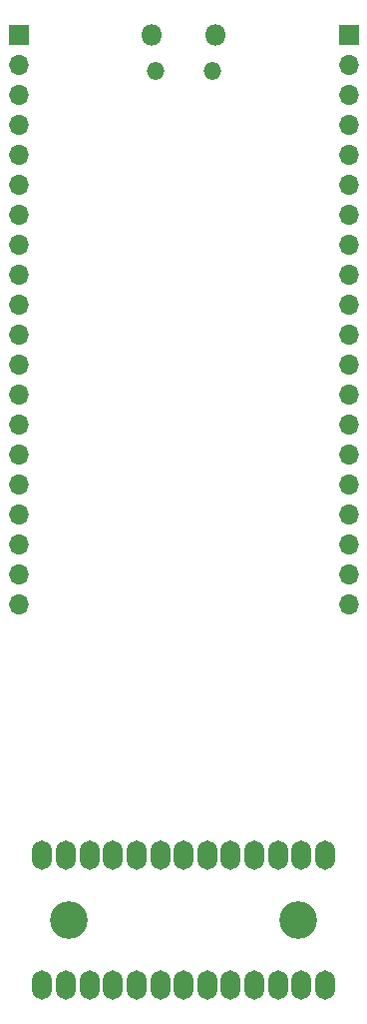
<source format=gbr>
%TF.GenerationSoftware,KiCad,Pcbnew,(6.0.4)*%
%TF.CreationDate,2022-08-11T18:10:45+02:00*%
%TF.ProjectId,mta1-usb-ch552-programmer,6d746131-2d75-4736-922d-63683535322d,rev?*%
%TF.SameCoordinates,Original*%
%TF.FileFunction,Soldermask,Bot*%
%TF.FilePolarity,Negative*%
%FSLAX46Y46*%
G04 Gerber Fmt 4.6, Leading zero omitted, Abs format (unit mm)*
G04 Created by KiCad (PCBNEW (6.0.4)) date 2022-08-11 18:10:45*
%MOMM*%
%LPD*%
G01*
G04 APERTURE LIST*
G04 Aperture macros list*
%AMRoundRect*
0 Rectangle with rounded corners*
0 $1 Rounding radius*
0 $2 $3 $4 $5 $6 $7 $8 $9 X,Y pos of 4 corners*
0 Add a 4 corners polygon primitive as box body*
4,1,4,$2,$3,$4,$5,$6,$7,$8,$9,$2,$3,0*
0 Add four circle primitives for the rounded corners*
1,1,$1+$1,$2,$3*
1,1,$1+$1,$4,$5*
1,1,$1+$1,$6,$7*
1,1,$1+$1,$8,$9*
0 Add four rect primitives between the rounded corners*
20,1,$1+$1,$2,$3,$4,$5,0*
20,1,$1+$1,$4,$5,$6,$7,0*
20,1,$1+$1,$6,$7,$8,$9,0*
20,1,$1+$1,$8,$9,$2,$3,0*%
G04 Aperture macros list end*
%ADD10O,1.500000X1.500000*%
%ADD11O,1.800000X1.800000*%
%ADD12R,1.700000X1.700000*%
%ADD13O,1.700000X1.700000*%
%ADD14C,3.200000*%
%ADD15RoundRect,0.850000X0.000000X-0.400000X0.000000X-0.400000X0.000000X0.400000X0.000000X0.400000X0*%
G04 APERTURE END LIST*
D10*
%TO.C,U2*%
X142925000Y-54030000D03*
X138075000Y-54030000D03*
D11*
X143225000Y-51000000D03*
X137775000Y-51000000D03*
%TD*%
D12*
%TO.C,J2*%
X154500000Y-51000000D03*
D13*
X154500000Y-53540000D03*
X154500000Y-56080000D03*
X154500000Y-58620000D03*
X154500000Y-61160000D03*
X154500000Y-63700000D03*
X154500000Y-66240000D03*
X154500000Y-68780000D03*
X154500000Y-71320000D03*
X154500000Y-73860000D03*
X154500000Y-76400000D03*
X154500000Y-78940000D03*
X154500000Y-81480000D03*
X154500000Y-84020000D03*
X154500000Y-86560000D03*
X154500000Y-89100000D03*
X154500000Y-91640000D03*
X154500000Y-94180000D03*
X154500000Y-96720000D03*
X154500000Y-99260000D03*
%TD*%
D12*
%TO.C,J1*%
X126500000Y-51000000D03*
D13*
X126500000Y-53540000D03*
X126500000Y-56080000D03*
X126500000Y-58620000D03*
X126500000Y-61160000D03*
X126500000Y-63700000D03*
X126500000Y-66240000D03*
X126500000Y-68780000D03*
X126500000Y-71320000D03*
X126500000Y-73860000D03*
X126500000Y-76400000D03*
X126500000Y-78940000D03*
X126500000Y-81480000D03*
X126500000Y-84020000D03*
X126500000Y-86560000D03*
X126500000Y-89100000D03*
X126500000Y-91640000D03*
X126500000Y-94180000D03*
X126500000Y-96720000D03*
X126500000Y-99260000D03*
%TD*%
D14*
%TO.C,U1*%
X150250000Y-126000000D03*
X130750000Y-126000000D03*
D15*
X128500000Y-131500000D03*
X130500000Y-131500000D03*
X132500000Y-131500000D03*
X134500000Y-131500000D03*
X136500000Y-131500000D03*
X138500000Y-131500000D03*
X140500000Y-131500000D03*
X142500000Y-131500000D03*
X144500000Y-131500000D03*
X146500000Y-131500000D03*
X148500000Y-131500000D03*
X150500000Y-131500000D03*
X152500000Y-131500000D03*
X152500000Y-120500000D03*
X150500000Y-120500000D03*
X148500000Y-120500000D03*
X146500000Y-120500000D03*
X144500000Y-120500000D03*
X142500000Y-120500000D03*
X140500000Y-120500000D03*
X138500000Y-120500000D03*
X136500000Y-120500000D03*
X134500000Y-120500000D03*
X132500000Y-120500000D03*
X130500000Y-120500000D03*
X128500000Y-120500000D03*
%TD*%
M02*

</source>
